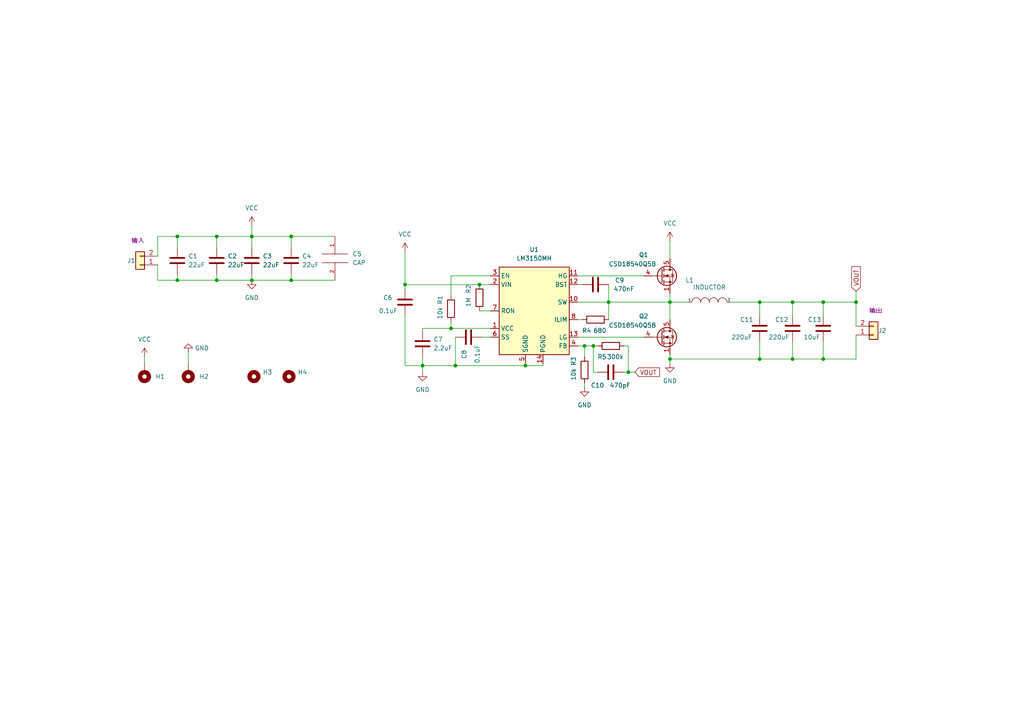
<source format=kicad_sch>
(kicad_sch (version 20211123) (generator eeschema)
  (paper "A4")
  (lib_symbols
    (symbol "Connector_Generic:Conn_01x02" (pin_names (offset 1.016) hide)
      (property "Reference" "J" (at 0 2.54 0))
      (property "Value" "Conn_01x02" (at 0 -5.08 0))
      (symbol "Conn_01x02_1_1"
        (rectangle (start -1.27 -2.413) (end 0 -2.667) (stroke (width 0.1524)))
        (rectangle (start -1.27 0.127) (end 0 -0.127) (stroke (width 0.1524)))
        (rectangle (start -1.27 1.27) (end 1.27 -3.81) (stroke (width 0.254)) (fill (type background)))
        (pin passive line (at -5.08 0 0) (length 3.81) (name "Pin_1") (number "1"))
        (pin passive line (at -5.08 -2.54 0) (length 3.81) (name "Pin_2") (number "2"))
      )
    )
    (symbol "Device:C" (pin_numbers hide) (pin_names (offset 0.254))
      (property "Reference" "C" (at 0.635 2.54 0))
      (property "Value" "C" (at 0.635 -2.54 0))
      (symbol "C_0_1"
        (polyline (pts (xy -2.032 -0.762) (xy 2.032 -0.762)) (stroke (width 0.508)))
        (polyline (pts (xy -2.032 0.762) (xy 2.032 0.762)) (stroke (width 0.508)))
      )
      (symbol "C_1_1"
        (pin passive line (at 0 3.81 270) (length 2.794) (name "~") (number "1"))
        (pin passive line (at 0 -3.81 90) (length 2.794) (name "~") (number "2"))
      )
    )
    (symbol "Device:R" (pin_numbers hide) (pin_names (offset 0))
      (property "Reference" "R" (at 2.032 0 90))
      (property "Value" "R" (at 0 0 90))
      (symbol "R_0_1"
        (rectangle (start -1.016 -2.54) (end 1.016 2.54) (stroke (width 0.254)))
      )
      (symbol "R_1_1"
        (pin passive line (at 0 3.81 270) (length 1.27) (name "~") (number "1"))
        (pin passive line (at 0 -3.81 90) (length 1.27) (name "~") (number "2"))
      )
    )
    (symbol "Mechanical:MountingHole" (pin_names (offset 1.016))
      (property "Reference" "H" (at 0 5.08 0))
      (property "Value" "MountingHole" (at 0 3.175 0))
      (symbol "MountingHole_0_1"
        (circle (center 0 0) (radius 1.27) (stroke (width 1.27)))
      )
    )
    (symbol "Mechanical:MountingHole_Pad" (pin_numbers hide) (pin_names (offset 1.016) hide)
      (property "Reference" "H" (at 0 6.35 0))
      (property "Value" "MountingHole_Pad" (at 0 4.445 0))
      (symbol "MountingHole_Pad_0_1"
        (circle (center 0 1.27) (radius 1.27) (stroke (width 1.27)))
      )
      (symbol "MountingHole_Pad_1_1"
        (pin input line (at 0 -2.54 90) (length 2.54) (name "1") (number "1"))
      )
    )
    (symbol "Regulator_Switching:LM3150MH"
      (property "Reference" "U" (at -10.16 13.97 0))
      (property "Value" "LM3150MH" (at 2.54 13.97 0))
      (symbol "LM3150MH_0_1"
        (rectangle (start -10.16 12.7) (end 10.16 -12.7) (stroke (width 0.254)) (fill (type background)))
      )
      (symbol "LM3150MH_1_1"
        (pin power_out line (at -12.7 -5.08 0) (length 2.54) (name "VCC") (number "1"))
        (pin output line (at 12.7 2.54 180) (length 2.54) (name "SW") (number "10"))
        (pin output line (at 12.7 10.16 180) (length 2.54) (name "HG") (number "11"))
        (pin passive line (at 12.7 7.62 180) (length 2.54) (name "BST") (number "12"))
        (pin output line (at 12.7 -7.62 180) (length 2.54) (name "LG") (number "13"))
        (pin power_in line (at 2.54 -15.24 90) (length 2.54) (name "PGND") (number "14"))
        (pin power_in line (at -2.54 -15.24 90) (length 2.54) hide (name "SGND") (number "15"))
        (pin power_in line (at -12.7 7.62 0) (length 2.54) (name "VIN") (number "2"))
        (pin input line (at -12.7 10.16 0) (length 2.54) (name "EN") (number "3"))
        (pin input line (at 12.7 -10.16 180) (length 2.54) (name "FB") (number "4"))
        (pin power_in line (at -2.54 -15.24 90) (length 2.54) (name "SGND") (number "5"))
        (pin passive line (at -12.7 -7.62 0) (length 2.54) (name "SS") (number "6"))
        (pin input line (at -12.7 0 0) (length 2.54) (name "RON") (number "7"))
        (pin input line (at 12.7 -2.54 180) (length 2.54) (name "ILIM") (number "8"))
        (pin power_in line (at -2.54 -15.24 90) (length 2.54) hide (name "SGND") (number "9"))
      )
    )
    (symbol "Transistor_FET:CSD18540Q5B" (pin_names hide)
      (property "Reference" "Q" (at 5.08 1.905 0))
      (property "Value" "CSD18540Q5B" (at 5.08 0 0))
      (symbol "CSD18540Q5B_0_1"
        (polyline (pts (xy 0.254 0) (xy -2.54 0)))
        (polyline (pts (xy 0.254 1.905) (xy 0.254 -1.905)) (stroke (width 0.254)))
        (polyline (pts (xy 0.762 -1.27) (xy 0.762 -2.286)) (stroke (width 0.254)))
        (polyline (pts (xy 0.762 0.508) (xy 0.762 -0.508)) (stroke (width 0.254)))
        (polyline (pts (xy 0.762 2.286) (xy 0.762 1.27)) (stroke (width 0.254)))
        (polyline (pts (xy 2.54 2.54) (xy 2.54 1.778)))
        (polyline (pts (xy 2.54 -2.54) (xy 2.54 0) (xy 0.762 0)))
        (polyline (pts (xy 0.762 -1.778) (xy 3.302 -1.778) (xy 3.302 1.778) (xy 0.762 1.778)))
        (polyline (pts (xy 1.016 0) (xy 2.032 0.381) (xy 2.032 -0.381) (xy 1.016 0)) (fill (type outline)))
        (polyline (pts (xy 2.794 0.508) (xy 2.921 0.381) (xy 3.683 0.381) (xy 3.81 0.254)))
        (polyline (pts (xy 3.302 0.381) (xy 2.921 -0.254) (xy 3.683 -0.254) (xy 3.302 0.381)))
        (circle (center 1.651 0) (radius 2.794) (stroke (width 0.254)))
        (circle (center 2.54 -1.778) (radius 0.254) (fill (type outline)))
        (circle (center 2.54 1.778) (radius 0.254) (fill (type outline)))
      )
      (symbol "CSD18540Q5B_1_1"
        (pin passive line (at 2.54 -5.08 90) (length 2.54) (name "S") (number "1"))
        (pin passive line (at 2.54 -5.08 90) (length 2.54) hide (name "S") (number "2"))
        (pin passive line (at 2.54 -5.08 90) (length 2.54) hide (name "S") (number "3"))
        (pin passive line (at -5.08 0 0) (length 2.54) (name "G") (number "4"))
        (pin passive line (at 2.54 5.08 270) (length 2.54) (name "D") (number "5"))
      )
    )
    (symbol "power:GND" (power) (pin_names (offset 0))
      (property "Value" "GND" (at 0 -3.81 0))
      (symbol "GND_0_1"
        (polyline (pts (xy 0 0) (xy 0 -1.27) (xy 1.27 -1.27) (xy 0 -2.54) (xy -1.27 -1.27) (xy 0 -1.27)))
      )
      (symbol "GND_1_1"
        (pin power_in line (at 0 0 270) (length 0) hide (name "GND") (number "1"))
      )
    )
    (symbol "power:VCC" (power) (pin_names (offset 0))
      (property "Value" "VCC" (at 0 3.81 0))
      (symbol "VCC_0_1"
        (polyline (pts (xy -0.762 1.27) (xy 0 2.54)))
        (polyline (pts (xy 0 0) (xy 0 2.54)))
        (polyline (pts (xy 0 2.54) (xy 0.762 1.27)))
      )
      (symbol "VCC_1_1"
        (pin power_in line (at 0 0 90) (length 0) hide (name "VCC") (number "1"))
      )
    )
    (symbol "pspice:CAP" (pin_names (offset 0.254))
      (property "Reference" "C" (at 2.54 3.81 90))
      (property "Value" "CAP" (at 2.54 -3.81 90))
      (symbol "CAP_0_1"
        (polyline (pts (xy -3.81 -1.27) (xy 3.81 -1.27)))
        (polyline (pts (xy -3.81 1.27) (xy 3.81 1.27)))
      )
      (symbol "CAP_1_1"
        (pin passive line (at 0 6.35 270) (length 5.08) (name "~") (number "1"))
        (pin passive line (at 0 -6.35 90) (length 5.08) (name "~") (number "2"))
      )
    )
    (symbol "pspice:INDUCTOR" (pin_numbers hide) (pin_names (offset 0))
      (property "Reference" "L" (at 0 2.54 0))
      (property "Value" "INDUCTOR" (at 0 -1.27 0))
      (symbol "INDUCTOR_0_1"
        (arc (start -2.54 0) (mid -3.81 1.27) (end -5.08 0))
        (arc (start 0 0) (mid -1.27 1.27) (end -2.54 0))
        (arc (start 2.54 0) (mid 1.27 1.27) (end 0 0))
        (arc (start 5.08 0) (mid 3.81 1.27) (end 2.54 0))
      )
      (symbol "INDUCTOR_1_1"
        (pin input line (at -6.35 0 0) (length 1.27) (name "1") (number "1"))
        (pin input line (at 6.35 0 180) (length 1.27) (name "2") (number "2"))
      )
    )
  )
  (junction (at 73.025 81.28))
  (junction (at 194.31 104.14))
  (junction (at 73.025 68.58))
  (junction (at 51.435 68.58))
  (junction (at 194.31 87.63))
  (junction (at 172.085 100.33))
  (junction (at 51.435 81.28))
  (junction (at 182.245 107.95))
  (junction (at 62.865 81.28))
  (junction (at 84.455 81.28))
  (junction (at 132.08 106.045))
  (junction (at 169.545 100.33))
  (junction (at 139.065 82.55))
  (junction (at 238.76 87.63))
  (junction (at 176.53 87.63))
  (junction (at 130.81 95.25))
  (junction (at 84.455 68.58))
  (junction (at 220.345 87.63))
  (junction (at 62.865 68.58))
  (junction (at 229.87 87.63))
  (junction (at 229.87 104.14))
  (junction (at 122.555 106.045))
  (junction (at 248.285 87.63))
  (junction (at 220.345 104.14))
  (junction (at 152.4 106.045))
  (junction (at 117.475 82.55))
  (junction (at 238.76 104.14))
  (wire (pts (xy 194.31 87.63) (xy 176.53 87.63)))
  (wire (pts (xy 51.435 81.28) (xy 62.865 81.28)))
  (wire (pts (xy 248.285 97.155) (xy 248.285 104.14)))
  (wire (pts (xy 157.48 106.045) (xy 152.4 106.045)))
  (wire (pts (xy 194.31 105.41) (xy 194.31 104.14)))
  (wire (pts (xy 139.065 90.17) (xy 142.24 90.17)))
  (wire (pts (xy 132.08 97.79) (xy 132.08 106.045)))
  (wire (pts (xy 220.345 104.14) (xy 194.31 104.14)))
  (wire (pts (xy 51.435 71.755) (xy 51.435 68.58)))
  (wire (pts (xy 54.61 102.235) (xy 54.61 105.41)))
  (wire (pts (xy 173.355 107.95) (xy 172.085 107.95)))
  (wire (pts (xy 45.72 68.58) (xy 51.435 68.58)))
  (wire (pts (xy 122.555 95.25) (xy 130.81 95.25)))
  (wire (pts (xy 167.64 92.71) (xy 168.91 92.71)))
  (wire (pts (xy 167.64 82.55) (xy 168.91 82.55)))
  (wire (pts (xy 157.48 105.41) (xy 157.48 106.045)))
  (wire (pts (xy 152.4 106.045) (xy 132.08 106.045)))
  (wire (pts (xy 194.31 69.85) (xy 194.31 74.93)))
  (wire (pts (xy 84.455 81.28) (xy 97.155 81.28)))
  (wire (pts (xy 229.87 87.63) (xy 229.87 91.44)))
  (wire (pts (xy 62.865 71.755) (xy 62.865 68.58)))
  (wire (pts (xy 194.31 87.63) (xy 199.39 87.63)))
  (wire (pts (xy 238.76 104.14) (xy 229.87 104.14)))
  (wire (pts (xy 41.91 103.505) (xy 41.91 105.41)))
  (wire (pts (xy 220.345 104.14) (xy 229.87 104.14)))
  (wire (pts (xy 172.085 100.33) (xy 173.355 100.33)))
  (wire (pts (xy 73.025 65.405) (xy 73.025 68.58)))
  (wire (pts (xy 167.64 97.79) (xy 186.69 97.79)))
  (wire (pts (xy 130.81 93.345) (xy 130.81 95.25)))
  (wire (pts (xy 169.545 100.33) (xy 172.085 100.33)))
  (wire (pts (xy 122.555 95.25) (xy 122.555 95.885)))
  (wire (pts (xy 45.72 74.295) (xy 45.72 68.58)))
  (wire (pts (xy 180.975 100.33) (xy 182.245 100.33)))
  (wire (pts (xy 238.76 99.06) (xy 238.76 104.14)))
  (wire (pts (xy 117.475 106.045) (xy 122.555 106.045)))
  (wire (pts (xy 248.285 87.63) (xy 248.285 94.615)))
  (wire (pts (xy 51.435 79.375) (xy 51.435 81.28)))
  (wire (pts (xy 167.64 80.01) (xy 186.69 80.01)))
  (wire (pts (xy 220.345 87.63) (xy 229.87 87.63)))
  (wire (pts (xy 130.81 95.25) (xy 142.24 95.25)))
  (wire (pts (xy 117.475 73.025) (xy 117.475 82.55)))
  (wire (pts (xy 73.025 79.375) (xy 73.025 81.28)))
  (wire (pts (xy 132.08 106.045) (xy 122.555 106.045)))
  (wire (pts (xy 194.31 104.14) (xy 194.31 102.87)))
  (wire (pts (xy 117.475 83.82) (xy 117.475 82.55)))
  (wire (pts (xy 182.245 107.95) (xy 180.975 107.95)))
  (wire (pts (xy 152.4 105.41) (xy 152.4 106.045)))
  (wire (pts (xy 62.865 68.58) (xy 73.025 68.58)))
  (wire (pts (xy 117.475 91.44) (xy 117.475 106.045)))
  (wire (pts (xy 139.7 97.79) (xy 142.24 97.79)))
  (wire (pts (xy 220.345 87.63) (xy 220.345 91.44)))
  (wire (pts (xy 194.31 87.63) (xy 194.31 92.71)))
  (wire (pts (xy 238.76 87.63) (xy 238.76 91.44)))
  (wire (pts (xy 84.455 68.58) (xy 84.455 71.755)))
  (wire (pts (xy 229.87 99.06) (xy 229.87 104.14)))
  (wire (pts (xy 51.435 68.58) (xy 62.865 68.58)))
  (wire (pts (xy 45.72 76.835) (xy 45.72 81.28)))
  (wire (pts (xy 130.81 80.01) (xy 142.24 80.01)))
  (wire (pts (xy 194.31 85.09) (xy 194.31 87.63)))
  (wire (pts (xy 73.025 81.28) (xy 84.455 81.28)))
  (wire (pts (xy 176.53 87.63) (xy 176.53 92.71)))
  (wire (pts (xy 167.64 100.33) (xy 169.545 100.33)))
  (wire (pts (xy 45.72 81.28) (xy 51.435 81.28)))
  (wire (pts (xy 130.81 85.725) (xy 130.81 80.01)))
  (wire (pts (xy 182.245 107.95) (xy 184.15 107.95)))
  (wire (pts (xy 73.025 68.58) (xy 73.025 71.755)))
  (wire (pts (xy 62.865 81.28) (xy 73.025 81.28)))
  (wire (pts (xy 139.065 82.55) (xy 117.475 82.55)))
  (wire (pts (xy 172.085 100.33) (xy 172.085 107.95)))
  (wire (pts (xy 122.555 103.505) (xy 122.555 106.045)))
  (wire (pts (xy 176.53 87.63) (xy 176.53 82.55)))
  (wire (pts (xy 182.245 100.33) (xy 182.245 107.95)))
  (wire (pts (xy 84.455 79.375) (xy 84.455 81.28)))
  (wire (pts (xy 169.545 112.395) (xy 169.545 111.125)))
  (wire (pts (xy 248.285 84.455) (xy 248.285 87.63)))
  (wire (pts (xy 238.76 87.63) (xy 248.285 87.63)))
  (wire (pts (xy 62.865 79.375) (xy 62.865 81.28)))
  (wire (pts (xy 169.545 100.33) (xy 169.545 103.505)))
  (wire (pts (xy 229.87 87.63) (xy 238.76 87.63)))
  (wire (pts (xy 220.345 99.06) (xy 220.345 104.14)))
  (wire (pts (xy 248.285 104.14) (xy 238.76 104.14)))
  (wire (pts (xy 212.09 87.63) (xy 220.345 87.63)))
  (wire (pts (xy 142.24 82.55) (xy 139.065 82.55)))
  (wire (pts (xy 97.155 68.58) (xy 84.455 68.58)))
  (wire (pts (xy 167.64 87.63) (xy 176.53 87.63)))
  (wire (pts (xy 122.555 106.045) (xy 122.555 107.95)))
  (wire (pts (xy 73.025 68.58) (xy 84.455 68.58)))
  (global_label "VOUT" (shape input) (at 248.285 84.455 90) (property "Intersheet References" "${INTERSHEET_REFS}" (effects hide)))
  (global_label "VOUT" (shape input) (at 184.15 107.95 0) (property "Intersheet References" "${INTERSHEET_REFS}" (effects hide)))
  (symbol (lib_id "Device:R") (at 139.065 86.36 0) (unit 1)
    (property "Reference" "R2" (at 135.89 83.82 90))
    (property "Value" "1M" (at 135.89 87.63 90))
    (property "Footprint" "Resistor_SMD:R_0603_1608Metric_Pad0.98x0.95mm_HandSolder" (effects hide))
  )
  (symbol (lib_id "Mechanical:MountingHole") (at 83.82 109.22 0) (unit 1)
    (property "Reference" "H4" (at 86.36 107.9499 0) (effects (justify left)))
    (property "Value" "MountingHole" (effects hide))
    (property "Footprint" "MountingHole:MountingHole_2.2mm_M2" (effects hide))
  )
  (symbol (lib_id "power:VCC") (at 117.475 73.025 0) (unit 1)
    (property "Reference" "#PWR0104" (effects hide))
    (property "Value" "VCC" (at 117.475 67.945 0))
  )
  (symbol (lib_id "Device:C") (at 122.555 99.695 0) (unit 1)
    (property "Reference" "C7" (at 125.73 98.4249 0) (effects (justify left)))
    (property "Value" "2.2uF" (at 125.73 100.9649 0) (effects (justify left)))
    (property "Footprint" "Capacitor_SMD:C_0603_1608Metric_Pad1.08x0.95mm_HandSolder" (effects hide))
  )
  (symbol (lib_id "Mechanical:MountingHole") (at 73.66 109.22 0) (unit 1)
    (property "Reference" "H3" (at 76.2 107.9499 0) (effects (justify left)))
    (property "Value" "MountingHole" (effects hide))
    (property "Footprint" "MountingHole:MountingHole_2.2mm_M2" (effects hide))
  )
  (symbol (lib_id "pspice:CAP") (at 97.155 74.93 0) (unit 1)
    (property "Reference" "C5" (at 102.235 73.6599 0) (effects (justify left)))
    (property "Value" "CAP" (at 102.235 76.1999 0) (effects (justify left)))
    (property "Footprint" "Capacitor_SMD:C_Elec_8x10.2" (effects hide))
  )
  (symbol (lib_id "Device:C") (at 238.76 95.25 0) (unit 1)
    (property "Reference" "C13" (at 234.315 92.71 0) (effects (justify left)))
    (property "Value" "10uF" (at 233.045 97.79 0) (effects (justify left)))
    (property "Footprint" "Capacitor_SMD:C_1206_3216Metric_Pad1.33x1.80mm_HandSolder" (effects hide))
  )
  (symbol (lib_id "Transistor_FET:CSD18540Q5B") (at 191.77 97.79 0) (unit 1)
    (property "Reference" "Q2" (at 185.293 91.694 0) (effects (justify left)))
    (property "Value" "CSD18540Q5B" (at 176.53 94.361 0) (effects (justify left)))
    (property "Footprint" "Package_TO_SOT_SMD:TDSON-8-1" (effects hide))
    (property "Datasheet" "http://www.ti.com/lit/gpn/csd18540q5b" (effects hide))
  )
  (symbol (lib_id "power:VCC") (at 41.91 103.505 0) (unit 1)
    (property "Reference" "#PWR01" (effects hide))
    (property "Value" "VCC" (at 41.91 98.425 0))
  )
  (symbol (lib_id "Device:R") (at 130.81 89.535 0) (unit 1)
    (property "Reference" "R1" (at 127.635 86.995 90))
    (property "Value" "10k" (at 127.635 90.805 90))
    (property "Footprint" "Resistor_SMD:R_0603_1608Metric_Pad0.98x0.95mm_HandSolder" (effects hide))
  )
  (symbol (lib_id "Connector_Generic:Conn_01x02") (at 253.365 97.155 0) (mirror x) (unit 1)
    (property "Reference" "J2" (at 255.905 95.885 0))
    (property "Value" "Conn_01x02" (effects hide))
    (property "Footprint" "Connector_AMASS:AMASS_XT30PW-F_1x02_P2.50mm_Horizontal" (effects hide))
    (property "Comment" "输出" (at 254 90.17 0))
  )
  (symbol (lib_id "Device:C") (at 84.455 75.565 0) (unit 1)
    (property "Reference" "C4" (at 87.63 74.2949 0) (effects (justify left)))
    (property "Value" "22uF" (at 87.63 76.8349 0) (effects (justify left)))
    (property "Footprint" "Capacitor_SMD:C_1206_3216Metric_Pad1.33x1.80mm_HandSolder" (effects hide))
  )
  (symbol (lib_id "Device:R") (at 177.165 100.33 90) (unit 1)
    (property "Reference" "R5" (at 174.625 103.505 90))
    (property "Value" "300k" (at 178.435 103.505 90))
    (property "Footprint" "Resistor_SMD:R_0603_1608Metric_Pad0.98x0.95mm_HandSolder" (effects hide))
  )
  (symbol (lib_id "power:GND") (at 194.31 105.41 0) (unit 1)
    (property "Reference" "#PWR0107" (effects hide))
    (property "Value" "GND" (at 194.31 110.49 0))
  )
  (symbol (lib_id "Mechanical:MountingHole_Pad") (at 54.61 107.95 180) (unit 1)
    (property "Reference" "H2" (at 57.785 109.2199 0) (effects (justify right)))
    (property "Value" "MountingHole_Pad" (effects hide))
    (property "Footprint" "MountingHole:MountingHole_2.2mm_M2_Pad_TopBottom" (effects hide))
  )
  (symbol (lib_id "Device:C") (at 62.865 75.565 0) (unit 1)
    (property "Reference" "C2" (at 66.04 74.2949 0) (effects (justify left)))
    (property "Value" "22uF" (at 66.04 76.8349 0) (effects (justify left)))
    (property "Footprint" "Capacitor_SMD:C_1206_3216Metric_Pad1.33x1.80mm_HandSolder" (effects hide))
  )
  (symbol (lib_id "Device:R") (at 169.545 107.315 0) (unit 1)
    (property "Reference" "R3" (at 166.37 104.775 90))
    (property "Value" "10k" (at 166.37 108.585 90))
    (property "Footprint" "Resistor_SMD:R_0603_1608Metric_Pad0.98x0.95mm_HandSolder" (effects hide))
  )
  (symbol (lib_id "Device:C") (at 172.72 82.55 270) (unit 1)
    (property "Reference" "C9" (at 179.705 81.28 90))
    (property "Value" "470nF" (at 180.975 83.82 90))
    (property "Footprint" "Capacitor_SMD:C_0603_1608Metric_Pad1.08x0.95mm_HandSolder" (effects hide))
  )
  (symbol (lib_id "Device:C") (at 135.89 97.79 90) (unit 1)
    (property "Reference" "C8" (at 134.62 104.14 0) (effects (justify left)))
    (property "Value" "0.1uF" (at 138.43 105.41 0) (effects (justify left)))
    (property "Footprint" "Capacitor_SMD:C_0603_1608Metric_Pad1.08x0.95mm_HandSolder" (effects hide))
  )
  (symbol (lib_id "Mechanical:MountingHole_Pad") (at 41.91 107.95 180) (unit 1)
    (property "Reference" "H1" (at 45.085 109.2199 0) (effects (justify right)))
    (property "Value" "MountingHole_Pad" (effects hide))
    (property "Footprint" "MountingHole:MountingHole_2.2mm_M2_Pad_TopBottom" (effects hide))
  )
  (symbol (lib_id "power:GND") (at 169.545 112.395 0) (unit 1)
    (property "Reference" "#PWR0106" (effects hide))
    (property "Value" "GND" (at 169.545 117.475 0))
  )
  (symbol (lib_id "power:GND") (at 122.555 107.95 0) (unit 1)
    (property "Reference" "#PWR0103" (effects hide))
    (property "Value" "GND" (at 122.555 113.03 0))
  )
  (symbol (lib_id "Transistor_FET:CSD18540Q5B") (at 191.77 80.01 0) (unit 1)
    (property "Reference" "Q1" (at 185.293 73.914 0) (effects (justify left)))
    (property "Value" "CSD18540Q5B" (at 176.53 76.581 0) (effects (justify left)))
    (property "Footprint" "Package_TO_SOT_SMD:TDSON-8-1" (effects hide))
    (property "Datasheet" "http://www.ti.com/lit/gpn/csd18540q5b" (effects hide))
  )
  (symbol (lib_id "Device:C") (at 177.165 107.95 90) (unit 1)
    (property "Reference" "C10" (at 175.26 111.76 90) (effects (justify left)))
    (property "Value" "470pF" (at 182.88 111.76 90) (effects (justify left)))
    (property "Footprint" "Capacitor_SMD:C_0603_1608Metric_Pad1.08x0.95mm_HandSolder" (effects hide))
  )
  (symbol (lib_id "Device:C") (at 229.87 95.25 0) (unit 1)
    (property "Reference" "C12" (at 224.79 92.71 0) (effects (justify left)))
    (property "Value" "220uF" (at 222.885 97.79 0) (effects (justify left)))
    (property "Footprint" "Capacitor_SMD:C_Elec_8x10.2" (effects hide))
  )
  (symbol (lib_id "Regulator_Switching:LM3150MH") (at 154.94 90.17 0) (unit 1)
    (property "Reference" "U1" (at 154.94 72.39 0))
    (property "Value" "LM3150MH" (at 154.94 74.93 0))
    (property "Footprint" "Package_SO:HTSSOP-14-1EP_4.4x5mm_P0.65mm_EP3.4x5mm_Mask3x3.1mm" (effects hide))
    (property "Datasheet" "http://www.ti.com/lit/ds/symlink/lm3150.pdf" (effects hide))
  )
  (symbol (lib_id "power:VCC") (at 194.31 69.85 0) (unit 1)
    (property "Reference" "#PWR0105" (effects hide))
    (property "Value" "VCC" (at 194.31 64.77 0))
  )
  (symbol (lib_id "Device:C") (at 51.435 75.565 0) (unit 1)
    (property "Reference" "C1" (at 54.61 74.2949 0) (effects (justify left)))
    (property "Value" "22uF" (at 54.61 76.8349 0) (effects (justify left)))
    (property "Footprint" "Capacitor_SMD:C_1206_3216Metric_Pad1.33x1.80mm_HandSolder" (effects hide))
  )
  (symbol (lib_id "Connector_Generic:Conn_01x02") (at 40.64 76.835 180) (unit 1)
    (property "Reference" "J1" (at 38.1 75.565 0))
    (property "Value" "Conn_01x02" (effects hide))
    (property "Footprint" "Connector_AMASS:AMASS_XT30PW-M_1x02_P2.50mm_Horizontal" (effects hide))
    (property "Comment" "输入" (at 40.005 69.85 0))
  )
  (symbol (lib_id "Device:C") (at 117.475 87.63 0) (unit 1)
    (property "Reference" "C6" (at 111.125 86.36 0) (effects (justify left)))
    (property "Value" "0.1uF" (at 109.855 90.17 0) (effects (justify left)))
    (property "Footprint" "Capacitor_SMD:C_0603_1608Metric_Pad1.08x0.95mm_HandSolder" (effects hide))
  )
  (symbol (lib_id "Device:C") (at 220.345 95.25 0) (unit 1)
    (property "Reference" "C11" (at 214.63 92.71 0) (effects (justify left)))
    (property "Value" "220uF" (at 212.09 97.79 0) (effects (justify left)))
    (property "Footprint" "Capacitor_SMD:C_Elec_8x10.2" (effects hide))
  )
  (symbol (lib_id "pspice:INDUCTOR") (at 205.74 87.63 0) (unit 1)
    (property "Reference" "L1" (at 200.025 81.28 0))
    (property "Value" "INDUCTOR" (at 205.74 83.312 0))
    (property "Footprint" "Inductor_SMD:L_10.4x10.4_H4.8" (effects hide))
  )
  (symbol (lib_id "power:VCC") (at 73.025 65.405 0) (unit 1)
    (property "Reference" "#PWR0102" (effects hide))
    (property "Value" "VCC" (at 73.025 60.325 0))
  )
  (symbol (lib_id "power:GND") (at 73.025 81.28 0) (unit 1)
    (property "Reference" "#PWR0101" (effects hide))
    (property "Value" "GND" (at 73.025 86.36 0))
  )
  (symbol (lib_id "Device:C") (at 73.025 75.565 0) (unit 1)
    (property "Reference" "C3" (at 76.2 74.2949 0) (effects (justify left)))
    (property "Value" "22uF" (at 76.2 76.8349 0) (effects (justify left)))
    (property "Footprint" "Capacitor_SMD:C_1206_3216Metric_Pad1.33x1.80mm_HandSolder" (effects hide))
  )
  (symbol (lib_id "Device:R") (at 172.72 92.71 90) (unit 1)
    (property "Reference" "R4" (at 170.18 95.885 90))
    (property "Value" "680" (at 173.99 95.885 90))
    (property "Footprint" "Resistor_SMD:R_0805_2012Metric_Pad1.20x1.40mm_HandSolder" (effects hide))
    (property "Spice_Primitive" "R" (effects hide))
    (property "Spice_Model" "680" (effects hide))
    (property "Spice_Netlist_Enabled" "Y" (effects hide))
  )
  (symbol (lib_id "power:GND") (at 54.61 102.235 180) (unit 1)
    (property "Reference" "#PWR02" (effects hide))
    (property "Value" "GND" (at 56.515 100.9649 0) (effects (justify right)))
  )
)
</source>
